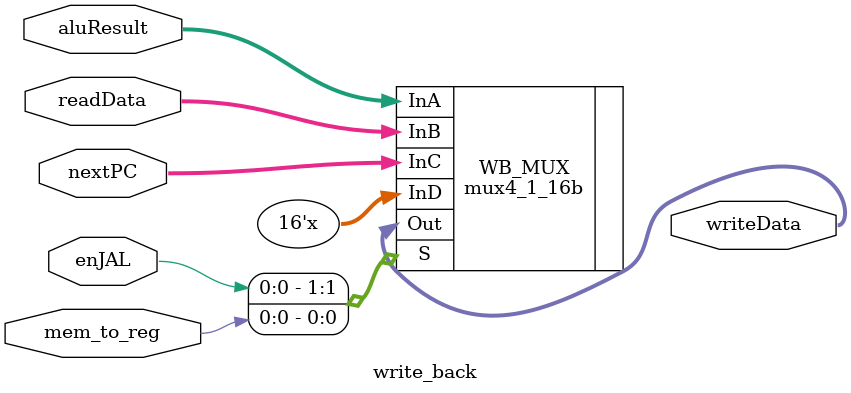
<source format=v>
module write_back (aluResult, readData, nextPC, enJAL, mem_to_reg, writeData);
  // --- Inputs ---
  input [15:0] aluResult;
  input [15:0] readData;
  input [15:0] nextPC;
  input enJAL;
  input mem_to_reg;

  // --- Outputs ---
  output [15:0] writeData;

  // --- Code ---
  mux4_1_16b WB_MUX (.InA(aluResult), .InB(readData), .InC(nextPC), .InD(16'hXXXX), .S({enJAL, mem_to_reg}), .Out(writeData));
endmodule

</source>
